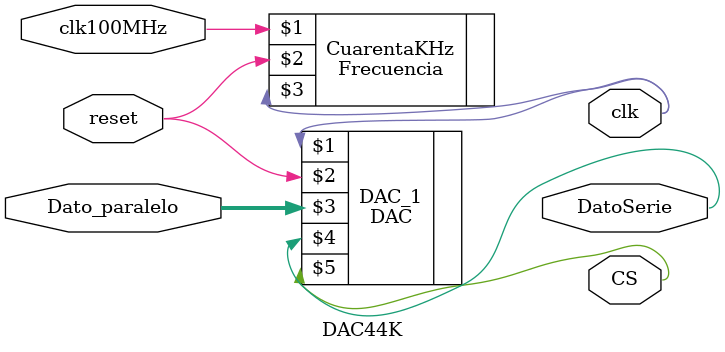
<source format=v>
`timescale 1ns / 1ps
module DAC44K
	(
	input wire clk100MHz, reset,
	input wire [11:0] Dato_paralelo,
	output DatoSerie,CS,clk
    );
	 
	//wire clk;
	
	DAC DAC_1 (clk, reset, Dato_paralelo, DatoSerie, CS);
	Frecuencia CuarentaKHz (clk100MHz, reset, clk);
	

endmodule

</source>
